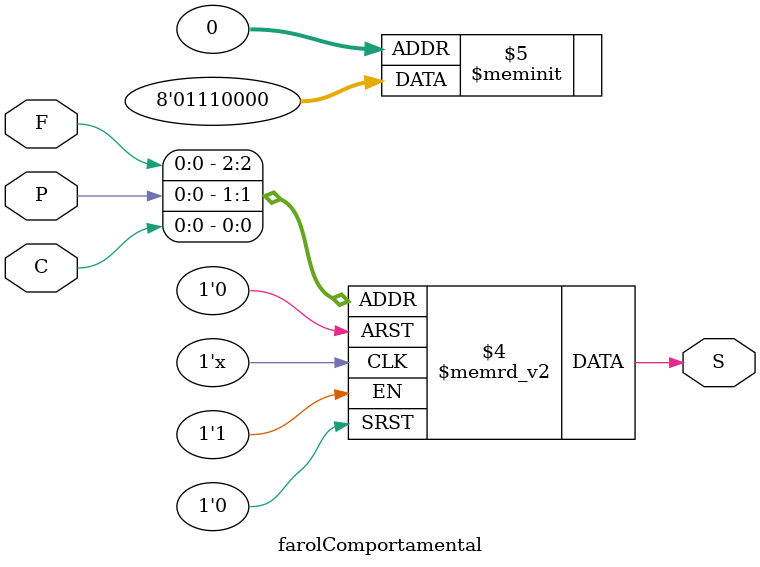
<source format=v>
/*1 prática de laborátorio. Outubro/2020. Aluno: Alexandre Roque 
Objetivo: Implementar, usando duas formas de descrição em Verilog HDL, um circuito digital que sinalize quando
o motorista esquecer o farol do carro ligado:
A) Circuito descrito por fluxo de dados em Verilog HDL (expressão booleana);
B) Circuito descrito de maneira comportamental em Verilog HDL (use a instrução CASE);
Regras:
Considere como entradas do circuito as variáveis:
inputs: (F, P, C) Farol, Porta, Chave,;
E como saída:output: S – sinalizador; 
Este circuito digital aciona um sinalizador (pode ser um buzzer, led) sempre que o Farol do carro estiver aceso
desnecessariamente, quando:

Sendo os níveis lógicos 1 e 0, definidos como:
porta aberta = 0; porta fechada = 1;
chave na ignição = 1; Farol ligado =1; sinalizador ligado =1;

1) a Porta estiver aberta; S = ~P & F
2) a chave não estiver na ignição. S = ~C & F| */

module farolComportamental (S, F, P, C); //cabeçalho

	input F, P, C;
	output reg S;

	always@(*)
	begin
		case({F,P,C})
			3'b000: S = 0;
			3'b001: S = 0;
			3'b010: S = 0;
			3'b011: S = 0;
			3'b100: S = 1;
			3'b101: S = 1;
			3'b110: S = 1;
			3'b111: S = 0;
		endcase
	end 
	
endmodule

</source>
